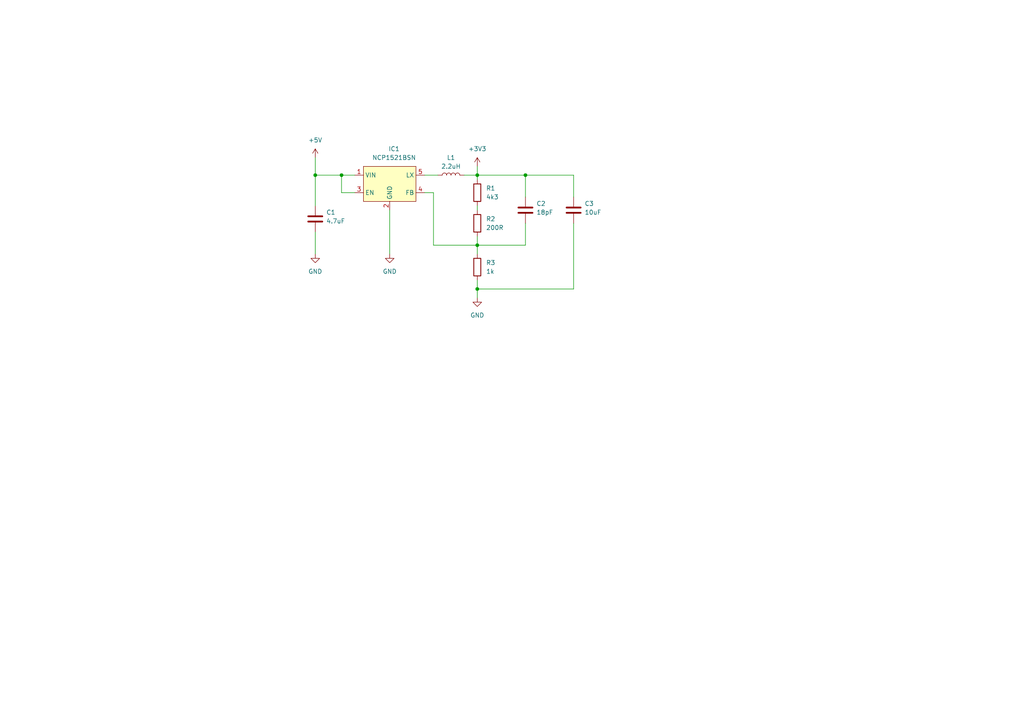
<source format=kicad_sch>
(kicad_sch (version 20211123) (generator eeschema)
  (paper "A4")
  (lib_symbols
    (symbol "Device:C" (pin_numbers hide) (pin_names (offset 0.254))
      (property "Reference" "C" (at 0.635 2.54 0))
      (property "Value" "C" (at 0.635 -2.54 0))
      (symbol "C_0_1"
        (polyline (pts (xy -2.032 -0.762) (xy 2.032 -0.762)) (stroke (width 0.508)))
        (polyline (pts (xy -2.032 0.762) (xy 2.032 0.762)) (stroke (width 0.508)))
      )
      (symbol "C_1_1"
        (pin passive line (at 0 3.81 270) (length 2.794) (name "~") (number "1"))
        (pin passive line (at 0 -3.81 90) (length 2.794) (name "~") (number "2"))
      )
    )
    (symbol "Device:L" (pin_numbers hide) (pin_names (offset 1.016) hide)
      (property "Reference" "L" (at -1.27 0 90))
      (property "Value" "L" (at 1.905 0 90))
      (symbol "L_0_1"
        (arc (start 0 -2.54) (mid 0.635 -1.905) (end 0 -1.27))
        (arc (start 0 -1.27) (mid 0.635 -0.635) (end 0 0))
        (arc (start 0 0) (mid 0.635 0.635) (end 0 1.27))
        (arc (start 0 1.27) (mid 0.635 1.905) (end 0 2.54))
      )
      (symbol "L_1_1"
        (pin passive line (at 0 3.81 270) (length 1.27) (name "1") (number "1"))
        (pin passive line (at 0 -3.81 90) (length 1.27) (name "2") (number "2"))
      )
    )
    (symbol "Device:R" (pin_numbers hide) (pin_names (offset 0))
      (property "Reference" "R" (at 2.032 0 90))
      (property "Value" "R" (at 0 0 90))
      (symbol "R_0_1"
        (rectangle (start -1.016 -2.54) (end 1.016 2.54) (stroke (width 0.254)))
      )
      (symbol "R_1_1"
        (pin passive line (at 0 3.81 270) (length 1.27) (name "~") (number "1"))
        (pin passive line (at 0 -3.81 90) (length 1.27) (name "~") (number "2"))
      )
    )
    (symbol "NCP1521BSN:NCP1521BSN"
      (property "Reference" "IC" (at 0 0 0))
      (property "Value" "NCP1521BSN" (at 0 2.54 0))
      (symbol "NCP1521BSN_0_1"
        (rectangle (start -7.62 -2.54) (end 7.62 -12.7) (fill (type background)))
      )
      (symbol "NCP1521BSN_1_1"
        (pin power_in line (at -10.16 -5.08 0) (length 2.54) (name "VIN") (number "1"))
        (pin power_in line (at 0 -15.24 90) (length 2.54) (name "GND") (number "2"))
        (pin input line (at -10.16 -10.16 0) (length 2.54) (name "EN") (number "3"))
        (pin input line (at 10.16 -10.16 180) (length 2.54) (name "FB") (number "4"))
        (pin power_out line (at 10.16 -5.08 180) (length 2.54) (name "LX") (number "5"))
      )
    )
    (symbol "power:+3.3V" (power) (pin_names (offset 0))
      (property "Value" "+3.3V" (at 0 3.556 0))
      (symbol "+3.3V_0_1"
        (polyline (pts (xy -0.762 1.27) (xy 0 2.54)))
        (polyline (pts (xy 0 0) (xy 0 2.54)))
        (polyline (pts (xy 0 2.54) (xy 0.762 1.27)))
      )
      (symbol "+3.3V_1_1"
        (pin power_in line (at 0 0 90) (length 0) hide (name "+3V3") (number "1"))
      )
    )
    (symbol "power:+5V" (power) (pin_names (offset 0))
      (property "Value" "+5V" (at 0 3.556 0))
      (symbol "+5V_0_1"
        (polyline (pts (xy -0.762 1.27) (xy 0 2.54)))
        (polyline (pts (xy 0 0) (xy 0 2.54)))
        (polyline (pts (xy 0 2.54) (xy 0.762 1.27)))
      )
      (symbol "+5V_1_1"
        (pin power_in line (at 0 0 90) (length 0) hide (name "+5V") (number "1"))
      )
    )
    (symbol "power:GND" (power) (pin_names (offset 0))
      (property "Value" "GND" (at 0 -3.81 0))
      (symbol "GND_0_1"
        (polyline (pts (xy 0 0) (xy 0 -1.27) (xy 1.27 -1.27) (xy 0 -2.54) (xy -1.27 -1.27) (xy 0 -1.27)))
      )
      (symbol "GND_1_1"
        (pin power_in line (at 0 0 270) (length 0) hide (name "GND") (number "1"))
      )
    )
  )
  (junction (at 99.06 50.8))
  (junction (at 152.4 50.8))
  (junction (at 138.43 50.8))
  (junction (at 138.43 83.82))
  (junction (at 91.44 50.8))
  (junction (at 138.43 71.12))
  (wire (pts (xy 99.06 50.8) (xy 102.87 50.8)))
  (wire (pts (xy 91.44 67.31) (xy 91.44 73.66)))
  (wire (pts (xy 123.19 50.8) (xy 127 50.8)))
  (wire (pts (xy 166.37 83.82) (xy 138.43 83.82)))
  (wire (pts (xy 152.4 50.8) (xy 166.37 50.8)))
  (wire (pts (xy 99.06 55.88) (xy 99.06 50.8)))
  (wire (pts (xy 113.03 60.96) (xy 113.03 73.66)))
  (wire (pts (xy 152.4 50.8) (xy 152.4 57.15)))
  (wire (pts (xy 138.43 50.8) (xy 138.43 52.07)))
  (wire (pts (xy 102.87 55.88) (xy 99.06 55.88)))
  (wire (pts (xy 138.43 48.26) (xy 138.43 50.8)))
  (wire (pts (xy 138.43 81.28) (xy 138.43 83.82)))
  (wire (pts (xy 152.4 71.12) (xy 138.43 71.12)))
  (wire (pts (xy 138.43 83.82) (xy 138.43 86.36)))
  (wire (pts (xy 125.73 71.12) (xy 138.43 71.12)))
  (wire (pts (xy 91.44 50.8) (xy 99.06 50.8)))
  (wire (pts (xy 138.43 68.58) (xy 138.43 71.12)))
  (wire (pts (xy 138.43 71.12) (xy 138.43 73.66)))
  (wire (pts (xy 166.37 64.77) (xy 166.37 83.82)))
  (wire (pts (xy 166.37 50.8) (xy 166.37 57.15)))
  (wire (pts (xy 125.73 55.88) (xy 125.73 71.12)))
  (wire (pts (xy 134.62 50.8) (xy 138.43 50.8)))
  (wire (pts (xy 138.43 50.8) (xy 152.4 50.8)))
  (wire (pts (xy 138.43 59.69) (xy 138.43 60.96)))
  (wire (pts (xy 152.4 64.77) (xy 152.4 71.12)))
  (wire (pts (xy 91.44 45.72) (xy 91.44 50.8)))
  (wire (pts (xy 123.19 55.88) (xy 125.73 55.88)))
  (wire (pts (xy 91.44 50.8) (xy 91.44 59.69)))
  (symbol (lib_id "power:GND") (at 91.44 73.66 0) (unit 1)
    (property "Reference" "#PWR07" (effects hide))
    (property "Value" "GND" (at 91.44 78.74 0))
  )
  (symbol (lib_id "Device:C") (at 152.4 60.96 0) (unit 1)
    (property "Reference" "C2" (at 155.575 59.055 0) (effects (justify left)))
    (property "Value" "18pF" (at 155.575 61.595 0) (effects (justify left)))
    (property "Footprint" "Capacitor_SMD:C_0603_1608Metric" (effects hide))
  )
  (symbol (lib_id "Device:C") (at 166.37 60.96 0) (unit 1)
    (property "Reference" "C3" (at 169.545 59.055 0) (effects (justify left)))
    (property "Value" "10uF" (at 169.545 61.595 0) (effects (justify left)))
    (property "Footprint" "Capacitor_SMD:C_0603_1608Metric" (effects hide))
  )
  (symbol (lib_id "Device:C") (at 91.44 63.5 0) (unit 1)
    (property "Reference" "C1" (at 94.615 61.595 0) (effects (justify left)))
    (property "Value" "4.7uF" (at 94.615 64.135 0) (effects (justify left)))
    (property "Footprint" "Capacitor_SMD:C_1210_3225Metric" (effects hide))
  )
  (symbol (lib_id "power:+3.3V") (at 138.43 48.26 0) (unit 1)
    (property "Reference" "#PWR09" (effects hide))
    (property "Value" "+3.3V" (at 138.43 43.18 0))
  )
  (symbol (lib_id "power:+5V") (at 91.44 45.72 0) (unit 1)
    (property "Reference" "#PWR06" (effects hide))
    (property "Value" "+5V" (at 91.44 40.64 0))
  )
  (symbol (lib_id "Device:R") (at 138.43 77.47 0) (unit 1)
    (property "Reference" "R3" (at 140.97 76.1999 0) (effects (justify left)))
    (property "Value" "1k" (at 140.97 78.7399 0) (effects (justify left)))
    (property "Footprint" "Resistor_SMD:R_0603_1608Metric" (effects hide))
  )
  (symbol (lib_id "Device:L") (at 130.81 50.8 90) (unit 1)
    (property "Reference" "L1" (at 130.81 45.72 90))
    (property "Value" "2.2uH" (at 130.81 48.26 90))
    (property "Footprint" "Inductor_SMD:L_1210_3225Metric" (effects hide))
  )
  (symbol (lib_id "Device:R") (at 138.43 64.77 0) (unit 1)
    (property "Reference" "R2" (at 140.97 63.4999 0) (effects (justify left)))
    (property "Value" "200R" (at 140.97 66.0399 0) (effects (justify left)))
    (property "Footprint" "Resistor_SMD:R_0603_1608Metric" (effects hide))
  )
  (symbol (lib_id "NCP1521BSN:NCP1521BSN") (at 113.03 45.72 0) (unit 1)
    (property "Reference" "IC1" (at 114.3 43.18 0))
    (property "Value" "NCP1521BSN" (at 114.3 45.72 0))
    (property "Footprint" "Package_SO:TSOP-5_1.65x3.05mm_P0.95mm" (effects hide))
  )
  (symbol (lib_id "power:GND") (at 138.43 86.36 0) (unit 1)
    (property "Reference" "#PWR010" (effects hide))
    (property "Value" "GND" (at 138.43 91.44 0))
  )
  (symbol (lib_id "Device:R") (at 138.43 55.88 0) (mirror y) (unit 1)
    (property "Reference" "R1" (at 140.97 54.6099 0) (effects (justify right)))
    (property "Value" "4k3" (at 140.97 57.1499 0) (effects (justify right)))
    (property "Footprint" "Resistor_SMD:R_0603_1608Metric" (effects hide))
  )
  (symbol (lib_id "power:GND") (at 113.03 73.66 0) (unit 1)
    (property "Reference" "#PWR08" (effects hide))
    (property "Value" "GND" (at 113.03 78.74 0))
  )
)
</source>
